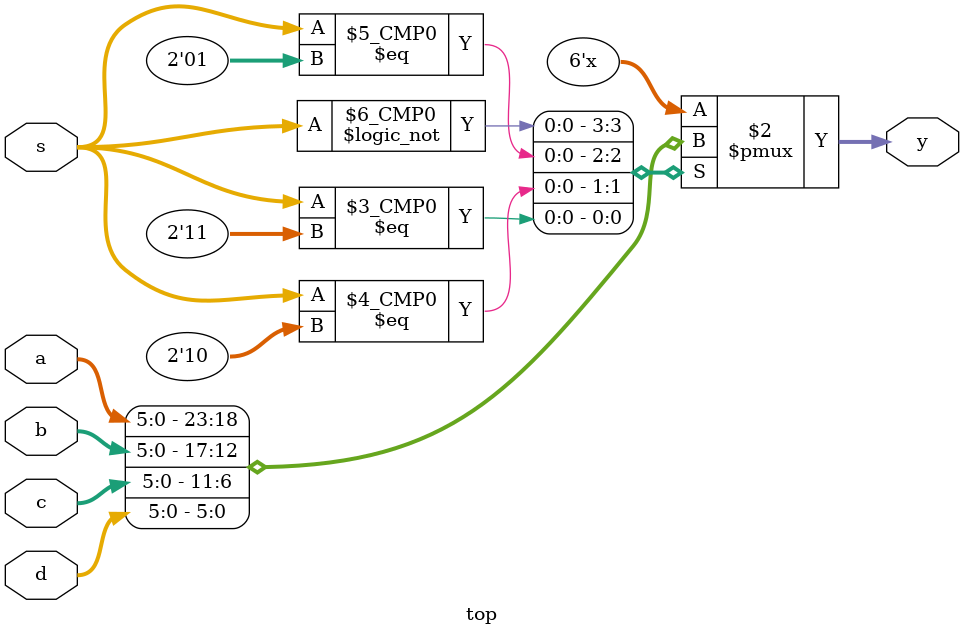
<source format=sv>
module top (input [1:0] s, input [5:0] a, b, c, d, output reg [5:0] y);
  always @* begin
    case (s)
      0: y = a;
      1: y = b;
      2: y = c;
      3: y = d;
    endcase
  end
endmodule

</source>
